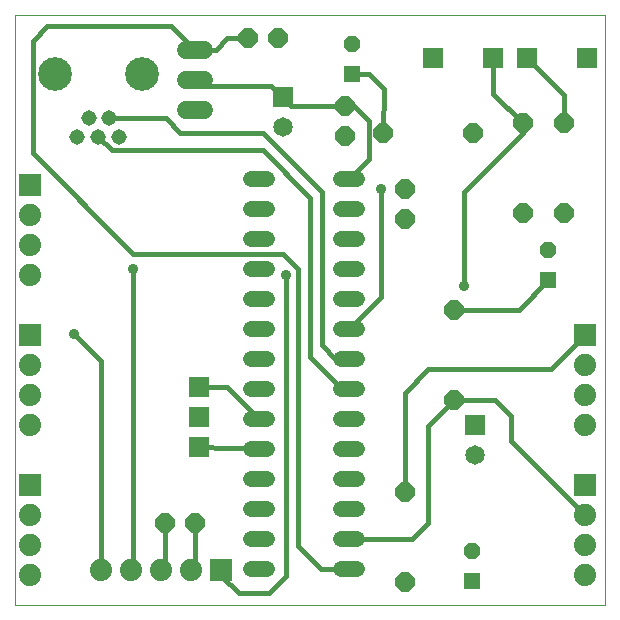
<source format=gtl>
G75*
G70*
%OFA0B0*%
%FSLAX24Y24*%
%IPPOS*%
%LPD*%
%AMOC8*
5,1,8,0,0,1.08239X$1,22.5*
%
%ADD10C,0.0000*%
%ADD11R,0.0740X0.0740*%
%ADD12C,0.0740*%
%ADD13C,0.0515*%
%ADD14C,0.1122*%
%ADD15C,0.0600*%
%ADD16R,0.0650X0.0650*%
%ADD17C,0.0650*%
%ADD18C,0.0520*%
%ADD19OC8,0.0650*%
%ADD20R,0.0650X0.0650*%
%ADD21R,0.0520X0.0520*%
%ADD22OC8,0.0520*%
%ADD23C,0.0356*%
%ADD24C,0.0160*%
%ADD25R,0.0472X0.0472*%
D10*
X000181Y000181D02*
X019866Y000181D01*
X019866Y019866D01*
X000181Y019866D01*
X000181Y000181D01*
D11*
X000681Y004181D03*
X000681Y009181D03*
X000681Y014181D03*
X007071Y001363D03*
X019181Y004181D03*
X019181Y009181D03*
D12*
X019181Y008181D03*
X019181Y007181D03*
X019181Y006181D03*
X019181Y003181D03*
X019181Y002181D03*
X019181Y001181D03*
X006071Y001363D03*
X005071Y001363D03*
X004071Y001363D03*
X003071Y001363D03*
X000681Y001181D03*
X000681Y002181D03*
X000681Y003181D03*
X000681Y006181D03*
X000681Y007181D03*
X000681Y008181D03*
X000681Y011181D03*
X000681Y012181D03*
X000681Y013181D03*
D13*
X002269Y015794D03*
X002969Y015794D03*
X002639Y016414D03*
X003329Y016414D03*
X003639Y015794D03*
D14*
X004406Y017894D03*
X001532Y017894D03*
D15*
X005881Y017681D02*
X006481Y017681D01*
X006481Y016681D02*
X005881Y016681D01*
X005881Y018681D02*
X006481Y018681D01*
D16*
X009107Y017107D03*
X015536Y006193D03*
D17*
X015536Y005193D03*
X009107Y016107D03*
D18*
X008579Y014394D02*
X008059Y014394D01*
X008059Y013394D02*
X008579Y013394D01*
X008579Y012394D02*
X008059Y012394D01*
X008059Y011394D02*
X008579Y011394D01*
X008579Y010394D02*
X008059Y010394D01*
X008059Y009394D02*
X008579Y009394D01*
X008579Y008394D02*
X008059Y008394D01*
X008059Y007394D02*
X008579Y007394D01*
X008579Y006394D02*
X008059Y006394D01*
X008059Y005394D02*
X008579Y005394D01*
X008579Y004394D02*
X008059Y004394D01*
X008059Y003394D02*
X008579Y003394D01*
X008579Y002394D02*
X008059Y002394D01*
X008059Y001394D02*
X008579Y001394D01*
X011059Y001394D02*
X011579Y001394D01*
X011579Y002394D02*
X011059Y002394D01*
X011059Y003394D02*
X011579Y003394D01*
X011579Y004394D02*
X011059Y004394D01*
X011059Y005394D02*
X011579Y005394D01*
X011579Y006394D02*
X011059Y006394D01*
X011059Y007394D02*
X011579Y007394D01*
X011579Y008394D02*
X011059Y008394D01*
X011059Y009394D02*
X011579Y009394D01*
X011579Y010394D02*
X011059Y010394D01*
X011059Y011394D02*
X011579Y011394D01*
X011579Y012394D02*
X011059Y012394D01*
X011059Y013394D02*
X011579Y013394D01*
X011579Y014394D02*
X011059Y014394D01*
D19*
X011205Y015823D03*
X011205Y016823D03*
X012461Y015929D03*
X013174Y014067D03*
X013174Y013067D03*
X015461Y015929D03*
X017111Y016248D03*
X018473Y016248D03*
X018473Y013248D03*
X017111Y013248D03*
X014835Y010016D03*
X014835Y007016D03*
X013174Y003945D03*
X013174Y000945D03*
X006193Y002937D03*
X005193Y002937D03*
X007949Y019079D03*
X008949Y019079D03*
D20*
X014122Y018422D03*
X016122Y018422D03*
X017248Y018406D03*
X019248Y018406D03*
X006311Y007449D03*
X006311Y006449D03*
X006311Y005449D03*
D21*
X015410Y001004D03*
X017969Y011012D03*
X011429Y017878D03*
D22*
X011429Y018878D03*
X017969Y012012D03*
X015410Y002004D03*
D23*
X015142Y010811D03*
X012386Y014059D03*
X009237Y011205D03*
X004118Y011402D03*
X002150Y009237D03*
D24*
X003071Y008315D01*
X003071Y001363D01*
X004071Y001363D02*
X004118Y001410D01*
X004118Y011402D01*
X004118Y011894D02*
X000772Y015240D01*
X000772Y018981D01*
X001264Y019473D01*
X005390Y019473D01*
X006181Y018681D01*
X006177Y018685D01*
X006181Y018681D02*
X006185Y018685D01*
X006874Y018685D01*
X007268Y019079D01*
X007949Y019079D01*
X008709Y017504D02*
X006359Y017504D01*
X006181Y017681D01*
X005209Y016414D02*
X005693Y015929D01*
X008449Y015929D01*
X010418Y013961D01*
X010418Y008843D01*
X010866Y008394D01*
X011319Y008394D01*
X011319Y007394D02*
X011079Y007394D01*
X010024Y008449D01*
X010024Y013764D01*
X008449Y015339D01*
X003424Y015339D01*
X002969Y015794D01*
X003329Y016414D02*
X005209Y016414D01*
X008709Y017504D02*
X009107Y017107D01*
X009390Y016823D01*
X011205Y016823D01*
X011492Y016823D01*
X011992Y016323D01*
X011992Y015067D01*
X011319Y014394D01*
X012386Y014067D02*
X012386Y014059D01*
X012386Y010461D01*
X011319Y009394D01*
X009630Y011402D02*
X009138Y011894D01*
X004118Y011894D01*
X006311Y007449D02*
X007264Y007449D01*
X008319Y006394D01*
X008323Y005390D02*
X006311Y005449D01*
X006193Y002937D02*
X006193Y001512D01*
X006071Y001363D01*
X005193Y001485D02*
X005071Y001363D01*
X005193Y001485D02*
X005193Y002937D01*
X007071Y001363D02*
X007071Y001166D01*
X007662Y000575D01*
X008646Y000575D01*
X009237Y001166D01*
X009237Y011205D01*
X009630Y011402D02*
X009630Y002150D01*
X010386Y001394D01*
X011319Y001394D01*
X011319Y002394D02*
X013418Y002394D01*
X013961Y002937D01*
X013961Y006142D01*
X014835Y007016D01*
X016181Y007016D01*
X016717Y006481D01*
X016717Y005646D01*
X019181Y003181D01*
X018055Y008055D02*
X013961Y008055D01*
X013174Y007268D01*
X013174Y003945D01*
X018055Y008055D02*
X019181Y009181D01*
X017969Y011012D02*
X016981Y010024D01*
X015929Y010024D01*
X015922Y010016D01*
X014835Y010016D01*
X015142Y010811D02*
X015142Y013961D01*
X017111Y015929D01*
X017111Y016248D01*
X016122Y017237D01*
X016122Y018422D01*
X017248Y018406D02*
X018473Y017181D01*
X018473Y016248D01*
X012461Y015929D02*
X012505Y017386D01*
X011992Y017898D01*
X011449Y017898D01*
X011429Y017878D01*
D25*
X008323Y005390D03*
M02*

</source>
